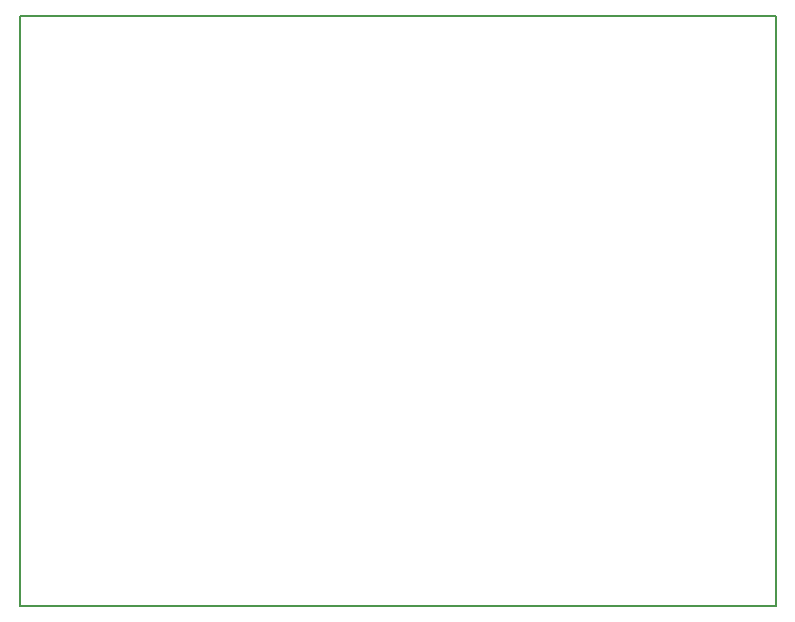
<source format=gbr>
G04 #@! TF.GenerationSoftware,KiCad,Pcbnew,(5.1.2-1)-1*
G04 #@! TF.CreationDate,2019-07-06T18:38:22+02:00*
G04 #@! TF.ProjectId,servonoid,73657276-6f6e-46f6-9964-2e6b69636164,rev?*
G04 #@! TF.SameCoordinates,Original*
G04 #@! TF.FileFunction,Profile,NP*
%FSLAX46Y46*%
G04 Gerber Fmt 4.6, Leading zero omitted, Abs format (unit mm)*
G04 Created by KiCad (PCBNEW (5.1.2-1)-1) date 2019-07-06 18:38:22*
%MOMM*%
%LPD*%
G04 APERTURE LIST*
%ADD10C,0.150000*%
G04 APERTURE END LIST*
D10*
X184400000Y-79600000D02*
X120400000Y-79600000D01*
X184400000Y-129600000D02*
X184400000Y-79600000D01*
X120400000Y-129600000D02*
X184400000Y-129600000D01*
X120400000Y-79600000D02*
X120400000Y-129600000D01*
M02*

</source>
